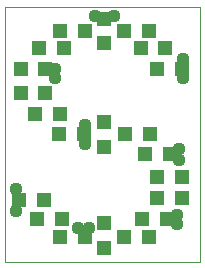
<source format=gts>
G75*
%MOIN*%
%OFA0B0*%
%FSLAX24Y24*%
%IPPOS*%
%LPD*%
%AMOC8*
5,1,8,0,0,1.08239X$1,22.5*
%
%ADD10C,0.0000*%
%ADD11R,0.0512X0.0512*%
%ADD12C,0.0437*%
D10*
X002392Y002517D02*
X002392Y011017D01*
X008892Y011017D01*
X008892Y002517D01*
X002392Y002517D01*
D11*
X003478Y003954D03*
X003680Y004579D03*
X004305Y003954D03*
X004228Y003329D03*
X005055Y003329D03*
X005704Y002978D03*
X006353Y003329D03*
X005704Y003805D03*
X006978Y003954D03*
X007180Y003329D03*
X007805Y003954D03*
X007478Y004642D03*
X007478Y005329D03*
X007067Y006090D03*
X007232Y006767D03*
X007893Y006090D03*
X008305Y005329D03*
X008305Y004642D03*
X006405Y006767D03*
X005704Y007180D03*
X005037Y006774D03*
X005704Y006353D03*
X004210Y006774D03*
X004232Y007428D03*
X003405Y007428D03*
X003743Y008142D03*
X003743Y008954D03*
X003541Y009642D03*
X004228Y010204D03*
X004368Y009642D03*
X005055Y010204D03*
X005704Y009791D03*
X006353Y010204D03*
X006916Y009642D03*
X007180Y010204D03*
X007743Y009642D03*
X007478Y008954D03*
X008305Y008954D03*
X005704Y010618D03*
X002916Y008954D03*
X002916Y008142D03*
X002853Y004579D03*
D12*
X002767Y004204D03*
X002767Y004954D03*
X004829Y003642D03*
X005204Y003642D03*
X005079Y006454D03*
X005079Y007079D03*
X004079Y008642D03*
X004079Y008954D03*
X005392Y010704D03*
X006017Y010704D03*
X008329Y009267D03*
X008329Y008642D03*
X008204Y006267D03*
X008204Y005892D03*
X008142Y004079D03*
X008142Y003767D03*
M02*

</source>
